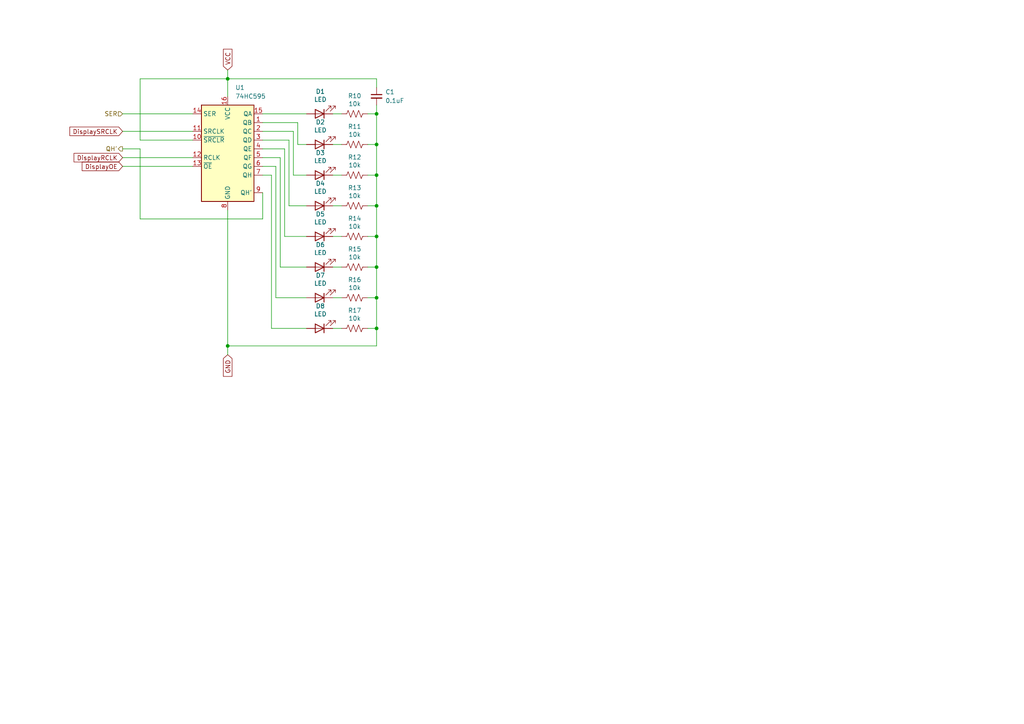
<source format=kicad_sch>
(kicad_sch (version 20230121) (generator eeschema)
  (paper "A4")
  (lib_symbols
    (symbol "74xx:74HC595"
      (property "Reference" "U" (at -7.62 13.97 0))
      (property "Value" "74HC595" (at -7.62 -16.51 0))
      (symbol "74HC595_1_0"
        (pin tri_state line (at 10.16 7.62 180) (length 2.54) (name "QB") (number "1"))
        (pin input line (at -10.16 2.54 0) (length 2.54) (name "~{SRCLR}") (number "10"))
        (pin input line (at -10.16 5.08 0) (length 2.54) (name "SRCLK") (number "11"))
        (pin input line (at -10.16 -2.54 0) (length 2.54) (name "RCLK") (number "12"))
        (pin input line (at -10.16 -5.08 0) (length 2.54) (name "~{OE}") (number "13"))
        (pin input line (at -10.16 10.16 0) (length 2.54) (name "SER") (number "14"))
        (pin tri_state line (at 10.16 10.16 180) (length 2.54) (name "QA") (number "15"))
        (pin power_in line (at 0 15.24 270) (length 2.54) (name "VCC") (number "16"))
        (pin tri_state line (at 10.16 5.08 180) (length 2.54) (name "QC") (number "2"))
        (pin tri_state line (at 10.16 2.54 180) (length 2.54) (name "QD") (number "3"))
        (pin tri_state line (at 10.16 0 180) (length 2.54) (name "QE") (number "4"))
        (pin tri_state line (at 10.16 -2.54 180) (length 2.54) (name "QF") (number "5"))
        (pin tri_state line (at 10.16 -5.08 180) (length 2.54) (name "QG") (number "6"))
        (pin tri_state line (at 10.16 -7.62 180) (length 2.54) (name "QH") (number "7"))
        (pin power_in line (at 0 -17.78 90) (length 2.54) (name "GND") (number "8"))
        (pin output line (at 10.16 -12.7 180) (length 2.54) (name "QH'") (number "9"))
      )
      (symbol "74HC595_1_1"
        (rectangle (start -7.62 12.7) (end 7.62 -15.24) (stroke (width 0.254)) (fill (type background)))
      )
    )
    (symbol "Device:C_Small" (pin_numbers hide) (pin_names (offset 0.254) hide)
      (property "Reference" "C" (at 0.254 1.778 0))
      (property "Value" "C_Small" (at 0.254 -2.032 0))
      (symbol "C_Small_0_1"
        (polyline (pts (xy -1.524 -0.508) (xy 1.524 -0.508)) (stroke (width 0.3302)))
        (polyline (pts (xy -1.524 0.508) (xy 1.524 0.508)) (stroke (width 0.3048)))
      )
      (symbol "C_Small_1_1"
        (pin passive line (at 0 2.54 270) (length 2.032) (name "~") (number "1"))
        (pin passive line (at 0 -2.54 90) (length 2.032) (name "~") (number "2"))
      )
    )
    (symbol "Device:LED" (pin_numbers hide) (pin_names (offset 1.016) hide)
      (property "Reference" "D" (at 0 2.54 0))
      (property "Value" "LED" (at 0 -2.54 0))
      (symbol "LED_0_1"
        (polyline (pts (xy -1.27 -1.27) (xy -1.27 1.27)) (stroke (width 0.254)))
        (polyline (pts (xy -1.27 0) (xy 1.27 0)))
        (polyline (pts (xy 1.27 -1.27) (xy 1.27 1.27) (xy -1.27 0) (xy 1.27 -1.27)) (stroke (width 0.254)))
        (polyline (pts (xy -3.048 -0.762) (xy -4.572 -2.286) (xy -3.81 -2.286) (xy -4.572 -2.286) (xy -4.572 -1.524)))
        (polyline (pts (xy -1.778 -0.762) (xy -3.302 -2.286) (xy -2.54 -2.286) (xy -3.302 -2.286) (xy -3.302 -1.524)))
      )
      (symbol "LED_1_1"
        (pin passive line (at -3.81 0 0) (length 2.54) (name "K") (number "1"))
        (pin passive line (at 3.81 0 180) (length 2.54) (name "A") (number "2"))
      )
    )
    (symbol "Device:R_US" (pin_numbers hide) (pin_names (offset 0))
      (property "Reference" "R" (at 2.54 0 90))
      (property "Value" "R_US" (at -2.54 0 90))
      (symbol "R_US_0_1"
        (polyline (pts (xy 0 -2.286) (xy 0 -2.54)))
        (polyline (pts (xy 0 2.286) (xy 0 2.54)))
        (polyline (pts (xy 0 -0.762) (xy 1.016 -1.143) (xy 0 -1.524) (xy -1.016 -1.905) (xy 0 -2.286)))
        (polyline (pts (xy 0 0.762) (xy 1.016 0.381) (xy 0 0) (xy -1.016 -0.381) (xy 0 -0.762)))
        (polyline (pts (xy 0 2.286) (xy 1.016 1.905) (xy 0 1.524) (xy -1.016 1.143) (xy 0 0.762)))
      )
      (symbol "R_US_1_1"
        (pin passive line (at 0 3.81 270) (length 1.27) (name "~") (number "1"))
        (pin passive line (at 0 -3.81 90) (length 1.27) (name "~") (number "2"))
      )
    )
  )
  (junction (at 66.04 100.33))
  (junction (at 109.22 59.69))
  (junction (at 109.22 68.58))
  (junction (at 109.22 50.8))
  (junction (at 109.22 33.02))
  (junction (at 109.22 41.91))
  (junction (at 109.22 77.47))
  (junction (at 109.22 95.25))
  (junction (at 66.04 22.86))
  (junction (at 109.22 86.36))
  (wire (pts (xy 35.56 48.26) (xy 55.88 48.26)))
  (wire (pts (xy 96.52 95.25) (xy 99.06 95.25)))
  (wire (pts (xy 81.28 45.72) (xy 76.2 45.72)))
  (wire (pts (xy 81.28 77.47) (xy 88.9 77.47)))
  (wire (pts (xy 76.2 33.02) (xy 88.9 33.02)))
  (wire (pts (xy 82.55 43.18) (xy 76.2 43.18)))
  (wire (pts (xy 82.55 68.58) (xy 88.9 68.58)))
  (wire (pts (xy 35.56 33.02) (xy 55.88 33.02)))
  (wire (pts (xy 66.04 100.33) (xy 66.04 102.87)))
  (wire (pts (xy 109.22 86.36) (xy 106.68 86.36)))
  (wire (pts (xy 83.82 59.69) (xy 88.9 59.69)))
  (wire (pts (xy 96.52 33.02) (xy 99.06 33.02)))
  (wire (pts (xy 109.22 68.58) (xy 109.22 77.47)))
  (wire (pts (xy 40.64 22.86) (xy 66.04 22.86)))
  (wire (pts (xy 82.55 68.58) (xy 82.55 43.18)))
  (wire (pts (xy 40.64 63.5) (xy 76.2 63.5)))
  (wire (pts (xy 83.82 40.64) (xy 76.2 40.64)))
  (wire (pts (xy 109.22 86.36) (xy 109.22 95.25)))
  (wire (pts (xy 109.22 30.48) (xy 109.22 33.02)))
  (wire (pts (xy 109.22 22.86) (xy 66.04 22.86)))
  (wire (pts (xy 66.04 100.33) (xy 109.22 100.33)))
  (wire (pts (xy 80.01 86.36) (xy 88.9 86.36)))
  (wire (pts (xy 86.36 41.91) (xy 88.9 41.91)))
  (wire (pts (xy 86.36 41.91) (xy 86.36 35.56)))
  (wire (pts (xy 106.68 41.91) (xy 109.22 41.91)))
  (wire (pts (xy 109.22 59.69) (xy 109.22 68.58)))
  (wire (pts (xy 78.74 95.25) (xy 88.9 95.25)))
  (wire (pts (xy 40.64 63.5) (xy 40.64 43.18)))
  (wire (pts (xy 85.09 38.1) (xy 76.2 38.1)))
  (wire (pts (xy 106.68 59.69) (xy 109.22 59.69)))
  (wire (pts (xy 66.04 20.32) (xy 66.04 22.86)))
  (wire (pts (xy 109.22 25.4) (xy 109.22 22.86)))
  (wire (pts (xy 109.22 33.02) (xy 109.22 41.91)))
  (wire (pts (xy 106.68 50.8) (xy 109.22 50.8)))
  (wire (pts (xy 96.52 50.8) (xy 99.06 50.8)))
  (wire (pts (xy 66.04 22.86) (xy 66.04 27.94)))
  (wire (pts (xy 96.52 86.36) (xy 99.06 86.36)))
  (wire (pts (xy 96.52 77.47) (xy 99.06 77.47)))
  (wire (pts (xy 66.04 60.96) (xy 66.04 100.33)))
  (wire (pts (xy 35.56 38.1) (xy 55.88 38.1)))
  (wire (pts (xy 76.2 48.26) (xy 80.01 48.26)))
  (wire (pts (xy 106.68 68.58) (xy 109.22 68.58)))
  (wire (pts (xy 96.52 41.91) (xy 99.06 41.91)))
  (wire (pts (xy 106.68 33.02) (xy 109.22 33.02)))
  (wire (pts (xy 55.88 40.64) (xy 40.64 40.64)))
  (wire (pts (xy 109.22 77.47) (xy 109.22 86.36)))
  (wire (pts (xy 109.22 41.91) (xy 109.22 50.8)))
  (wire (pts (xy 109.22 50.8) (xy 109.22 59.69)))
  (wire (pts (xy 81.28 77.47) (xy 81.28 45.72)))
  (wire (pts (xy 83.82 59.69) (xy 83.82 40.64)))
  (wire (pts (xy 86.36 35.56) (xy 76.2 35.56)))
  (wire (pts (xy 35.56 43.18) (xy 40.64 43.18)))
  (wire (pts (xy 106.68 95.25) (xy 109.22 95.25)))
  (wire (pts (xy 109.22 95.25) (xy 109.22 100.33)))
  (wire (pts (xy 109.22 77.47) (xy 106.68 77.47)))
  (wire (pts (xy 76.2 55.88) (xy 76.2 63.5)))
  (wire (pts (xy 85.09 50.8) (xy 88.9 50.8)))
  (wire (pts (xy 80.01 48.26) (xy 80.01 86.36)))
  (wire (pts (xy 40.64 40.64) (xy 40.64 22.86)))
  (wire (pts (xy 85.09 50.8) (xy 85.09 38.1)))
  (wire (pts (xy 78.74 50.8) (xy 76.2 50.8)))
  (wire (pts (xy 35.56 45.72) (xy 55.88 45.72)))
  (wire (pts (xy 78.74 95.25) (xy 78.74 50.8)))
  (wire (pts (xy 96.52 68.58) (xy 99.06 68.58)))
  (wire (pts (xy 96.52 59.69) (xy 99.06 59.69)))
  (global_label "VCC" (shape input) (at 66.04 20.32 90) (property "Intersheetrefs" "${INTERSHEET_REFS}" (effects hide)))
  (global_label "DisplayRCLK" (shape input) (at 35.56 45.72 180) (property "Intersheetrefs" "${INTERSHEET_REFS}" (effects hide)))
  (global_label "DisplaySRCLK" (shape input) (at 35.56 38.1 180) (property "Intersheetrefs" "${INTERSHEET_REFS}" (effects hide)))
  (global_label "DisplayOE" (shape input) (at 35.56 48.26 180) (property "Intersheetrefs" "${INTERSHEET_REFS}" (effects hide)))
  (global_label "GND" (shape input) (at 66.04 102.87 270) (property "Intersheetrefs" "${INTERSHEET_REFS}" (effects hide)))
  (hierarchical_label "SER" (shape input) (at 35.56 33.02 180))
  (hierarchical_label "QH'" (shape output) (at 35.56 43.18 180))
  (symbol (lib_id "Device:LED") (at 92.71 33.02 180) (unit 1)
    (property "Reference" "D1" (at 92.9132 26.543 0))
    (property "Value" "LED" (at 92.9132 28.8544 0))
    (property "Footprint" "LED_SMD:LED_0402_1005Metric" (effects hide))
    (instances (project "Spork Console v1" (path "" (reference "D1") (unit 1)) (path "" (reference "D17") (unit 1)) (path "" (reference "D?") (unit 1)) (path "" (reference "D33") (unit 1)) (path "" (reference "D49") (unit 1)) (path "" (reference "D65") (unit 1)) (path "" (reference "D81") (unit 1)) (path "" (reference "D97") (unit 1)) (path "" (reference "D113") (unit 1)) (path "" (reference "D129") (unit 1)) (path "" (reference "D145") (unit 1)) (path "" (reference "D161") (unit 1)) (path "" (reference "D177") (unit 1)) (path "" (reference "D193") (unit 1)) (path "" (reference "D9") (unit 1)) (path "" (reference "D?") (unit 1)) (path "" (reference "D57") (unit 1)) (path "" (reference "D89") (unit 1)) (path "" (reference "D121") (unit 1)) (path "" (reference "D153") (unit 1)) (path "" (reference "D185") (unit 1)) (path "" (reference "D25") (unit 1)) (path "" (reference "D73") (unit 1)) (path "" (reference "D137") (unit 1)) (path "" (reference "D?") (unit 1)) (path "" (reference "D105") (unit 1)) (path "" (reference "D41") (unit 1)) (path "" (reference "D169") (unit 1))) (project "Screen" (path "" (reference "D1") (unit 1)) (path "" (reference "D9") (unit 1)) (path "" (reference "D17") (unit 1)) (path "" (reference "D25") (unit 1)) (path "" (reference "D33") (unit 1)) (path "" (reference "D41") (unit 1)) (path "" (reference "D49") (unit 1)) (path "" (reference "D57") (unit 1)) (path "" (reference "D65") (unit 1)) (path "" (reference "D73") (unit 1)) (path "" (reference "D97") (unit 1)) (path "" (reference "D105") (unit 1)) (path "" (reference "D113") (unit 1)) (path "" (reference "D89") (unit 1)) (path "" (reference "D81") (unit 1)) (path "" (reference "D137") (unit 1)) (path "" (reference "D153") (unit 1)) (path "" (reference "D145") (unit 1)) (path "" (reference "D129") (unit 1)) (path "" (reference "D121") (unit 1)) (path "" (reference "D161") (unit 1)) (path "" (reference "D169") (unit 1)) (path "" (reference "D185") (unit 1)) (path "" (reference "D177") (unit 1)) (path "" (reference "D193") (unit 1))))
  )
  (symbol (lib_id "Device:LED") (at 92.71 41.91 180) (unit 1)
    (property "Reference" "D2" (at 92.9132 35.433 0))
    (property "Value" "LED" (at 92.9132 37.7444 0))
    (property "Footprint" "LED_SMD:LED_0402_1005Metric" (effects hide))
    (instances (project "Spork Console v1" (path "" (reference "D2") (unit 1)) (path "" (reference "D18") (unit 1)) (path "" (reference "D?") (unit 1)) (path "" (reference "D34") (unit 1)) (path "" (reference "D50") (unit 1)) (path "" (reference "D66") (unit 1)) (path "" (reference "D82") (unit 1)) (path "" (reference "D98") (unit 1)) (path "" (reference "D114") (unit 1)) (path "" (reference "D130") (unit 1)) (path "" (reference "D146") (unit 1)) (path "" (reference "D162") (unit 1)) (path "" (reference "D178") (unit 1)) (path "" (reference "D194") (unit 1)) (path "" (reference "D10") (unit 1)) (path "" (reference "D?") (unit 1)) (path "" (reference "D58") (unit 1)) (path "" (reference "D90") (unit 1)) (path "" (reference "D122") (unit 1)) (path "" (reference "D154") (unit 1)) (path "" (reference "D186") (unit 1)) (path "" (reference "D26") (unit 1)) (path "" (reference "D74") (unit 1)) (path "" (reference "D138") (unit 1)) (path "" (reference "D?") (unit 1)) (path "" (reference "D106") (unit 1)) (path "" (reference "D42") (unit 1)) (path "" (reference "D170") (unit 1))) (project "Screen" (path "" (reference "D2") (unit 1)) (path "" (reference "D10") (unit 1)) (path "" (reference "D18") (unit 1)) (path "" (reference "D26") (unit 1)) (path "" (reference "D34") (unit 1)) (path "" (reference "D42") (unit 1)) (path "" (reference "D50") (unit 1)) (path "" (reference "D58") (unit 1)) (path "" (reference "D66") (unit 1)) (path "" (reference "D74") (unit 1)) (path "" (reference "D98") (unit 1)) (path "" (reference "D106") (unit 1)) (path "" (reference "D114") (unit 1)) (path "" (reference "D90") (unit 1)) (path "" (reference "D82") (unit 1)) (path "" (reference "D138") (unit 1)) (path "" (reference "D154") (unit 1)) (path "" (reference "D146") (unit 1)) (path "" (reference "D130") (unit 1)) (path "" (reference "D122") (unit 1)) (path "" (reference "D162") (unit 1)) (path "" (reference "D170") (unit 1)) (path "" (reference "D186") (unit 1)) (path "" (reference "D178") (unit 1)) (path "" (reference "D194") (unit 1))))
  )
  (symbol (lib_id "Device:R_US") (at 102.87 86.36 270) (unit 1)
    (property "Reference" "R16" (at 102.87 81.153 90))
    (property "Value" "10k" (at 102.87 83.4644 90))
    (property "Footprint" "Resistor_SMD:R_0402_1005Metric" (effects hide))
    (instances (project "Spork Console v1" (path "" (reference "R16") (unit 1)) (path "" (reference "R32") (unit 1)) (path "" (reference "R?") (unit 1)) (path "" (reference "R48") (unit 1)) (path "" (reference "R64") (unit 1)) (path "" (reference "R80") (unit 1)) (path "" (reference "R96") (unit 1)) (path "" (reference "R112") (unit 1)) (path "" (reference "R128") (unit 1)) (path "" (reference "R144") (unit 1)) (path "" (reference "R160") (unit 1)) (path "" (reference "R176") (unit 1)) (path "" (reference "R192") (unit 1)) (path "" (reference "R208") (unit 1)) (path "" (reference "R24") (unit 1)) (path "" (reference "R?") (unit 1)) (path "" (reference "R72") (unit 1)) (path "" (reference "R104") (unit 1)) (path "" (reference "R136") (unit 1)) (path "" (reference "R168") (unit 1)) (path "" (reference "R200") (unit 1)) (path "" (reference "R40") (unit 1)) (path "" (reference "R88") (unit 1)) (path "" (reference "R152") (unit 1)) (path "" (reference "R?") (unit 1)) (path "" (reference "R120") (unit 1)) (path "" (reference "R56") (unit 1)) (path "" (reference "R184") (unit 1))) (project "Screen" (path "" (reference "R7") (unit 1)) (path "" (reference "R15") (unit 1)) (path "" (reference "R23") (unit 1)) (path "" (reference "R31") (unit 1)) (path "" (reference "R39") (unit 1)) (path "" (reference "R47") (unit 1)) (path "" (reference "R55") (unit 1)) (path "" (reference "R63") (unit 1)) (path "" (reference "R71") (unit 1)) (path "" (reference "R79") (unit 1)) (path "" (reference "R103") (unit 1)) (path "" (reference "R111") (unit 1)) (path "" (reference "R119") (unit 1)) (path "" (reference "R95") (unit 1)) (path "" (reference "R87") (unit 1)) (path "" (reference "R143") (unit 1)) (path "" (reference "R159") (unit 1)) (path "" (reference "R151") (unit 1)) (path "" (reference "R135") (unit 1)) (path "" (reference "R127") (unit 1)) (path "" (reference "R167") (unit 1)) (path "" (reference "R175") (unit 1)) (path "" (reference "R191") (unit 1)) (path "" (reference "R183") (unit 1)) (path "" (reference "R199") (unit 1))))
  )
  (symbol (lib_id "Device:R_US") (at 102.87 59.69 270) (unit 1)
    (property "Reference" "R13" (at 102.87 54.483 90))
    (property "Value" "10k" (at 102.87 56.7944 90))
    (property "Footprint" "Resistor_SMD:R_0402_1005Metric" (effects hide))
    (instances (project "Spork Console v1" (path "" (reference "R13") (unit 1)) (path "" (reference "R29") (unit 1)) (path "" (reference "R?") (unit 1)) (path "" (reference "R45") (unit 1)) (path "" (reference "R61") (unit 1)) (path "" (reference "R77") (unit 1)) (path "" (reference "R93") (unit 1)) (path "" (reference "R109") (unit 1)) (path "" (reference "R125") (unit 1)) (path "" (reference "R141") (unit 1)) (path "" (reference "R157") (unit 1)) (path "" (reference "R173") (unit 1)) (path "" (reference "R189") (unit 1)) (path "" (reference "R205") (unit 1)) (path "" (reference "R21") (unit 1)) (path "" (reference "R?") (unit 1)) (path "" (reference "R69") (unit 1)) (path "" (reference "R101") (unit 1)) (path "" (reference "R133") (unit 1)) (path "" (reference "R165") (unit 1)) (path "" (reference "R197") (unit 1)) (path "" (reference "R37") (unit 1)) (path "" (reference "R85") (unit 1)) (path "" (reference "R149") (unit 1)) (path "" (reference "R?") (unit 1)) (path "" (reference "R117") (unit 1)) (path "" (reference "R53") (unit 1)) (path "" (reference "R181") (unit 1))) (project "Screen" (path "" (reference "R4") (unit 1)) (path "" (reference "R12") (unit 1)) (path "" (reference "R20") (unit 1)) (path "" (reference "R28") (unit 1)) (path "" (reference "R36") (unit 1)) (path "" (reference "R44") (unit 1)) (path "" (reference "R52") (unit 1)) (path "" (reference "R60") (unit 1)) (path "" (reference "R68") (unit 1)) (path "" (reference "R76") (unit 1)) (path "" (reference "R100") (unit 1)) (path "" (reference "R108") (unit 1)) (path "" (reference "R116") (unit 1)) (path "" (reference "R92") (unit 1)) (path "" (reference "R84") (unit 1)) (path "" (reference "R140") (unit 1)) (path "" (reference "R156") (unit 1)) (path "" (reference "R148") (unit 1)) (path "" (reference "R132") (unit 1)) (path "" (reference "R124") (unit 1)) (path "" (reference "R164") (unit 1)) (path "" (reference "R172") (unit 1)) (path "" (reference "R188") (unit 1)) (path "" (reference "R180") (unit 1)) (path "" (reference "R196") (unit 1))))
  )
  (symbol (lib_id "Device:R_US") (at 102.87 41.91 270) (unit 1)
    (property "Reference" "R11" (at 102.87 36.703 90))
    (property "Value" "10k" (at 102.87 39.0144 90))
    (property "Footprint" "Resistor_SMD:R_0402_1005Metric" (effects hide))
    (instances (project "Spork Console v1" (path "" (reference "R11") (unit 1)) (path "" (reference "R27") (unit 1)) (path "" (reference "R?") (unit 1)) (path "" (reference "R43") (unit 1)) (path "" (reference "R59") (unit 1)) (path "" (reference "R75") (unit 1)) (path "" (reference "R91") (unit 1)) (path "" (reference "R107") (unit 1)) (path "" (reference "R123") (unit 1)) (path "" (reference "R139") (unit 1)) (path "" (reference "R155") (unit 1)) (path "" (reference "R171") (unit 1)) (path "" (reference "R187") (unit 1)) (path "" (reference "R203") (unit 1)) (path "" (reference "R19") (unit 1)) (path "" (reference "R?") (unit 1)) (path "" (reference "R67") (unit 1)) (path "" (reference "R99") (unit 1)) (path "" (reference "R131") (unit 1)) (path "" (reference "R163") (unit 1)) (path "" (reference "R195") (unit 1)) (path "" (reference "R35") (unit 1)) (path "" (reference "R83") (unit 1)) (path "" (reference "R147") (unit 1)) (path "" (reference "R?") (unit 1)) (path "" (reference "R115") (unit 1)) (path "" (reference "R51") (unit 1)) (path "" (reference "R179") (unit 1))) (project "Screen" (path "" (reference "R2") (unit 1)) (path "" (reference "R10") (unit 1)) (path "" (reference "R18") (unit 1)) (path "" (reference "R26") (unit 1)) (path "" (reference "R34") (unit 1)) (path "" (reference "R42") (unit 1)) (path "" (reference "R50") (unit 1)) (path "" (reference "R58") (unit 1)) (path "" (reference "R66") (unit 1)) (path "" (reference "R74") (unit 1)) (path "" (reference "R98") (unit 1)) (path "" (reference "R106") (unit 1)) (path "" (reference "R114") (unit 1)) (path "" (reference "R90") (unit 1)) (path "" (reference "R82") (unit 1)) (path "" (reference "R138") (unit 1)) (path "" (reference "R154") (unit 1)) (path "" (reference "R146") (unit 1)) (path "" (reference "R130") (unit 1)) (path "" (reference "R122") (unit 1)) (path "" (reference "R162") (unit 1)) (path "" (reference "R170") (unit 1)) (path "" (reference "R186") (unit 1)) (path "" (reference "R178") (unit 1)) (path "" (reference "R194") (unit 1))))
  )
  (symbol (lib_id "Device:R_US") (at 102.87 77.47 270) (unit 1)
    (property "Reference" "R15" (at 102.87 72.263 90))
    (property "Value" "10k" (at 102.87 74.5744 90))
    (property "Footprint" "Resistor_SMD:R_0402_1005Metric" (effects hide))
    (instances (project "Spork Console v1" (path "" (reference "R15") (unit 1)) (path "" (reference "R31") (unit 1)) (path "" (reference "R?") (unit 1)) (path "" (reference "R47") (unit 1)) (path "" (reference "R63") (unit 1)) (path "" (reference "R79") (unit 1)) (path "" (reference "R95") (unit 1)) (path "" (reference "R111") (unit 1)) (path "" (reference "R127") (unit 1)) (path "" (reference "R143") (unit 1)) (path "" (reference "R159") (unit 1)) (path "" (reference "R175") (unit 1)) (path "" (reference "R191") (unit 1)) (path "" (reference "R207") (unit 1)) (path "" (reference "R23") (unit 1)) (path "" (reference "R?") (unit 1)) (path "" (reference "R71") (unit 1)) (path "" (reference "R103") (unit 1)) (path "" (reference "R135") (unit 1)) (path "" (reference "R167") (unit 1)) (path "" (reference "R199") (unit 1)) (path "" (reference "R39") (unit 1)) (path "" (reference "R87") (unit 1)) (path "" (reference "R151") (unit 1)) (path "" (reference "R?") (unit 1)) (path "" (reference "R119") (unit 1)) (path "" (reference "R55") (unit 1)) (path "" (reference "R183") (unit 1))) (project "Screen" (path "" (reference "R6") (unit 1)) (path "" (reference "R14") (unit 1)) (path "" (reference "R22") (unit 1)) (path "" (reference "R30") (unit 1)) (path "" (reference "R38") (unit 1)) (path "" (reference "R46") (unit 1)) (path "" (reference "R54") (unit 1)) (path "" (reference "R62") (unit 1)) (path "" (reference "R70") (unit 1)) (path "" (reference "R78") (unit 1)) (path "" (reference "R102") (unit 1)) (path "" (reference "R110") (unit 1)) (path "" (reference "R118") (unit 1)) (path "" (reference "R94") (unit 1)) (path "" (reference "R86") (unit 1)) (path "" (reference "R142") (unit 1)) (path "" (reference "R158") (unit 1)) (path "" (reference "R150") (unit 1)) (path "" (reference "R134") (unit 1)) (path "" (reference "R126") (unit 1)) (path "" (reference "R166") (unit 1)) (path "" (reference "R174") (unit 1)) (path "" (reference "R190") (unit 1)) (path "" (reference "R182") (unit 1)) (path "" (reference "R198") (unit 1))))
  )
  (symbol (lib_id "Device:LED") (at 92.71 50.8 180) (unit 1)
    (property "Reference" "D3" (at 92.9132 44.323 0))
    (property "Value" "LED" (at 92.9132 46.6344 0))
    (property "Footprint" "LED_SMD:LED_0402_1005Metric" (effects hide))
    (instances (project "Spork Console v1" (path "" (reference "D3") (unit 1)) (path "" (reference "D19") (unit 1)) (path "" (reference "D?") (unit 1)) (path "" (reference "D35") (unit 1)) (path "" (reference "D51") (unit 1)) (path "" (reference "D67") (unit 1)) (path "" (reference "D83") (unit 1)) (path "" (reference "D99") (unit 1)) (path "" (reference "D115") (unit 1)) (path "" (reference "D131") (unit 1)) (path "" (reference "D147") (unit 1)) (path "" (reference "D163") (unit 1)) (path "" (reference "D179") (unit 1)) (path "" (reference "D195") (unit 1)) (path "" (reference "D11") (unit 1)) (path "" (reference "D?") (unit 1)) (path "" (reference "D59") (unit 1)) (path "" (reference "D91") (unit 1)) (path "" (reference "D123") (unit 1)) (path "" (reference "D155") (unit 1)) (path "" (reference "D187") (unit 1)) (path "" (reference "D27") (unit 1)) (path "" (reference "D75") (unit 1)) (path "" (reference "D139") (unit 1)) (path "" (reference "D?") (unit 1)) (path "" (reference "D107") (unit 1)) (path "" (reference "D43") (unit 1)) (path "" (reference "D171") (unit 1))) (project "Screen" (path "" (reference "D3") (unit 1)) (path "" (reference "D11") (unit 1)) (path "" (reference "D19") (unit 1)) (path "" (reference "D27") (unit 1)) (path "" (reference "D35") (unit 1)) (path "" (reference "D43") (unit 1)) (path "" (reference "D51") (unit 1)) (path "" (reference "D59") (unit 1)) (path "" (reference "D67") (unit 1)) (path "" (reference "D75") (unit 1)) (path "" (reference "D99") (unit 1)) (path "" (reference "D107") (unit 1)) (path "" (reference "D115") (unit 1)) (path "" (reference "D91") (unit 1)) (path "" (reference "D83") (unit 1)) (path "" (reference "D139") (unit 1)) (path "" (reference "D155") (unit 1)) (path "" (reference "D147") (unit 1)) (path "" (reference "D131") (unit 1)) (path "" (reference "D123") (unit 1)) (path "" (reference "D163") (unit 1)) (path "" (reference "D171") (unit 1)) (path "" (reference "D187") (unit 1)) (path "" (reference "D179") (unit 1)) (path "" (reference "D195") (unit 1))))
  )
  (symbol (lib_id "Device:LED") (at 92.71 59.69 180) (unit 1)
    (property "Reference" "D4" (at 92.9132 53.213 0))
    (property "Value" "LED" (at 92.9132 55.5244 0))
    (property "Footprint" "LED_SMD:LED_0402_1005Metric" (effects hide))
    (instances (project "Spork Console v1" (path "" (reference "D4") (unit 1)) (path "" (reference "D20") (unit 1)) (path "" (reference "D?") (unit 1)) (path "" (reference "D36") (unit 1)) (path "" (reference "D52") (unit 1)) (path "" (reference "D68") (unit 1)) (path "" (reference "D84") (unit 1)) (path "" (reference "D100") (unit 1)) (path "" (reference "D116") (unit 1)) (path "" (reference "D132") (unit 1)) (path "" (reference "D148") (unit 1)) (path "" (reference "D164") (unit 1)) (path "" (reference "D180") (unit 1)) (path "" (reference "D196") (unit 1)) (path "" (reference "D12") (unit 1)) (path "" (reference "D?") (unit 1)) (path "" (reference "D60") (unit 1)) (path "" (reference "D92") (unit 1)) (path "" (reference "D124") (unit 1)) (path "" (reference "D156") (unit 1)) (path "" (reference "D188") (unit 1)) (path "" (reference "D28") (unit 1)) (path "" (reference "D76") (unit 1)) (path "" (reference "D140") (unit 1)) (path "" (reference "D?") (unit 1)) (path "" (reference "D108") (unit 1)) (path "" (reference "D44") (unit 1)) (path "" (reference "D172") (unit 1))) (project "Screen" (path "" (reference "D4") (unit 1)) (path "" (reference "D12") (unit 1)) (path "" (reference "D20") (unit 1)) (path "" (reference "D28") (unit 1)) (path "" (reference "D36") (unit 1)) (path "" (reference "D44") (unit 1)) (path "" (reference "D52") (unit 1)) (path "" (reference "D60") (unit 1)) (path "" (reference "D68") (unit 1)) (path "" (reference "D76") (unit 1)) (path "" (reference "D100") (unit 1)) (path "" (reference "D108") (unit 1)) (path "" (reference "D116") (unit 1)) (path "" (reference "D92") (unit 1)) (path "" (reference "D84") (unit 1)) (path "" (reference "D140") (unit 1)) (path "" (reference "D156") (unit 1)) (path "" (reference "D148") (unit 1)) (path "" (reference "D132") (unit 1)) (path "" (reference "D124") (unit 1)) (path "" (reference "D164") (unit 1)) (path "" (reference "D172") (unit 1)) (path "" (reference "D188") (unit 1)) (path "" (reference "D180") (unit 1)) (path "" (reference "D196") (unit 1))))
  )
  (symbol (lib_id "Device:C_Small") (at 109.22 27.94 0) (unit 1)
    (property "Reference" "C1" (at 111.76 26.6763 0) (effects (justify left)))
    (property "Value" "0.1uF" (at 111.76 29.2163 0) (effects (justify left)))
    (property "Footprint" "Capacitor_SMD:C_0402_1005Metric" (effects hide))
    (instances (project "Screen" (path "" (reference "C1") (unit 1)) (path "" (reference "C2") (unit 1)) (path "" (reference "C3") (unit 1)) (path "" (reference "C4") (unit 1)) (path "" (reference "C5") (unit 1)) (path "" (reference "C6") (unit 1)) (path "" (reference "C7") (unit 1)) (path "" (reference "C8") (unit 1)) (path "" (reference "C9") (unit 1)) (path "" (reference "C10") (unit 1)) (path "" (reference "C11") (unit 1)) (path "" (reference "C12") (unit 1)) (path "" (reference "C13") (unit 1)) (path "" (reference "C14") (unit 1)) (path "" (reference "C15") (unit 1)) (path "" (reference "C16") (unit 1)) (path "" (reference "C17") (unit 1)) (path "" (reference "C18") (unit 1)) (path "" (reference "C19") (unit 1)) (path "" (reference "C20") (unit 1)) (path "" (reference "C21") (unit 1)) (path "" (reference "C22") (unit 1)) (path "" (reference "C23") (unit 1)) (path "" (reference "C24") (unit 1)) (path "" (reference "C25") (unit 1))))
  )
  (symbol (lib_id "74xx:74HC595") (at 66.04 43.18 0) (unit 1)
    (property "Reference" "U1" (at 68.2341 25.4 0) (effects (justify left)))
    (property "Value" "74HC595" (at 68.2341 27.94 0) (effects (justify left)))
    (property "Footprint" "SN74HC595BRWNR:RWN0016A" (effects hide))
    (property "Datasheet" "http://www.ti.com/lit/ds/symlink/sn74hc595.pdf" (effects hide))
    (instances (project "Screen" (path "" (reference "U1") (unit 1)) (path "" (reference "U2") (unit 1)) (path "" (reference "U3") (unit 1)) (path "" (reference "U4") (unit 1)) (path "" (reference "U5") (unit 1)) (path "" (reference "U6") (unit 1)) (path "" (reference "U7") (unit 1)) (path "" (reference "U8") (unit 1)) (path "" (reference "U9") (unit 1)) (path "" (reference "U10") (unit 1)) (path "" (reference "U13") (unit 1)) (path "" (reference "U14") (unit 1)) (path "" (reference "U15") (unit 1)) (path "" (reference "U12") (unit 1)) (path "" (reference "U11") (unit 1)) (path "" (reference "U18") (unit 1)) (path "" (reference "U20") (unit 1)) (path "" (reference "U19") (unit 1)) (path "" (reference "U17") (unit 1)) (path "" (reference "U16") (unit 1)) (path "" (reference "U21") (unit 1)) (path "" (reference "U22") (unit 1)) (path "" (reference "U24") (unit 1)) (path "" (reference "U23") (unit 1)) (path "" (reference "U25") (unit 1))))
  )
  (symbol (lib_id "Device:R_US") (at 102.87 33.02 270) (unit 1)
    (property "Reference" "R10" (at 102.87 27.813 90))
    (property "Value" "10k" (at 102.87 30.1244 90))
    (property "Footprint" "Resistor_SMD:R_0402_1005Metric" (effects hide))
    (instances (project "Spork Console v1" (path "" (reference "R10") (unit 1)) (path "" (reference "R26") (unit 1)) (path "" (reference "R?") (unit 1)) (path "" (reference "R42") (unit 1)) (path "" (reference "R58") (unit 1)) (path "" (reference "R74") (unit 1)) (path "" (reference "R90") (unit 1)) (path "" (reference "R106") (unit 1)) (path "" (reference "R122") (unit 1)) (path "" (reference "R138") (unit 1)) (path "" (reference "R154") (unit 1)) (path "" (reference "R170") (unit 1)) (path "" (reference "R186") (unit 1)) (path "" (reference "R202") (unit 1)) (path "" (reference "R18") (unit 1)) (path "" (reference "R?") (unit 1)) (path "" (reference "R66") (unit 1)) (path "" (reference "R98") (unit 1)) (path "" (reference "R130") (unit 1)) (path "" (reference "R162") (unit 1)) (path "" (reference "R194") (unit 1)) (path "" (reference "R34") (unit 1)) (path "" (reference "R82") (unit 1)) (path "" (reference "R146") (unit 1)) (path "" (reference "R?") (unit 1)) (path "" (reference "R114") (unit 1)) (path "" (reference "R50") (unit 1)) (path "" (reference "R178") (unit 1))) (project "Screen" (path "" (reference "R1") (unit 1)) (path "" (reference "R9") (unit 1)) (path "" (reference "R17") (unit 1)) (path "" (reference "R25") (unit 1)) (path "" (reference "R33") (unit 1)) (path "" (reference "R41") (unit 1)) (path "" (reference "R49") (unit 1)) (path "" (reference "R57") (unit 1)) (path "" (reference "R65") (unit 1)) (path "" (reference "R73") (unit 1)) (path "" (reference "R97") (unit 1)) (path "" (reference "R105") (unit 1)) (path "" (reference "R113") (unit 1)) (path "" (reference "R89") (unit 1)) (path "" (reference "R81") (unit 1)) (path "" (reference "R137") (unit 1)) (path "" (reference "R153") (unit 1)) (path "" (reference "R145") (unit 1)) (path "" (reference "R129") (unit 1)) (path "" (reference "R121") (unit 1)) (path "" (reference "R161") (unit 1)) (path "" (reference "R169") (unit 1)) (path "" (reference "R185") (unit 1)) (path "" (reference "R177") (unit 1)) (path "" (reference "R193") (unit 1))))
  )
  (symbol (lib_id "Device:LED") (at 92.71 68.58 180) (unit 1)
    (property "Reference" "D5" (at 92.9132 62.103 0))
    (property "Value" "LED" (at 92.9132 64.4144 0))
    (property "Footprint" "LED_SMD:LED_0402_1005Metric" (effects hide))
    (instances (project "Spork Console v1" (path "" (reference "D5") (unit 1)) (path "" (reference "D21") (unit 1)) (path "" (reference "D?") (unit 1)) (path "" (reference "D37") (unit 1)) (path "" (reference "D53") (unit 1)) (path "" (reference "D69") (unit 1)) (path "" (reference "D85") (unit 1)) (path "" (reference "D101") (unit 1)) (path "" (reference "D117") (unit 1)) (path "" (reference "D133") (unit 1)) (path "" (reference "D149") (unit 1)) (path "" (reference "D165") (unit 1)) (path "" (reference "D181") (unit 1)) (path "" (reference "D197") (unit 1)) (path "" (reference "D13") (unit 1)) (path "" (reference "D?") (unit 1)) (path "" (reference "D61") (unit 1)) (path "" (reference "D93") (unit 1)) (path "" (reference "D125") (unit 1)) (path "" (reference "D157") (unit 1)) (path "" (reference "D189") (unit 1)) (path "" (reference "D29") (unit 1)) (path "" (reference "D77") (unit 1)) (path "" (reference "D141") (unit 1)) (path "" (reference "D?") (unit 1)) (path "" (reference "D109") (unit 1)) (path "" (reference "D45") (unit 1)) (path "" (reference "D173") (unit 1))) (project "Screen" (path "" (reference "D5") (unit 1)) (path "" (reference "D13") (unit 1)) (path "" (reference "D21") (unit 1)) (path "" (reference "D29") (unit 1)) (path "" (reference "D37") (unit 1)) (path "" (reference "D45") (unit 1)) (path "" (reference "D53") (unit 1)) (path "" (reference "D61") (unit 1)) (path "" (reference "D69") (unit 1)) (path "" (reference "D77") (unit 1)) (path "" (reference "D101") (unit 1)) (path "" (reference "D109") (unit 1)) (path "" (reference "D117") (unit 1)) (path "" (reference "D93") (unit 1)) (path "" (reference "D85") (unit 1)) (path "" (reference "D141") (unit 1)) (path "" (reference "D157") (unit 1)) (path "" (reference "D149") (unit 1)) (path "" (reference "D133") (unit 1)) (path "" (reference "D125") (unit 1)) (path "" (reference "D165") (unit 1)) (path "" (reference "D173") (unit 1)) (path "" (reference "D189") (unit 1)) (path "" (reference "D181") (unit 1)) (path "" (reference "D197") (unit 1))))
  )
  (symbol (lib_id "Device:LED") (at 92.71 86.36 180) (unit 1)
    (property "Reference" "D7" (at 92.9132 79.883 0))
    (property "Value" "LED" (at 92.9132 82.1944 0))
    (property "Footprint" "LED_SMD:LED_0402_1005Metric" (effects hide))
    (instances (project "Spork Console v1" (path "" (reference "D7") (unit 1)) (path "" (reference "D23") (unit 1)) (path "" (reference "D?") (unit 1)) (path "" (reference "D39") (unit 1)) (path "" (reference "D55") (unit 1)) (path "" (reference "D71") (unit 1)) (path "" (reference "D87") (unit 1)) (path "" (reference "D103") (unit 1)) (path "" (reference "D119") (unit 1)) (path "" (reference "D135") (unit 1)) (path "" (reference "D151") (unit 1)) (path "" (reference "D167") (unit 1)) (path "" (reference "D183") (unit 1)) (path "" (reference "D199") (unit 1)) (path "" (reference "D15") (unit 1)) (path "" (reference "D?") (unit 1)) (path "" (reference "D63") (unit 1)) (path "" (reference "D95") (unit 1)) (path "" (reference "D127") (unit 1)) (path "" (reference "D159") (unit 1)) (path "" (reference "D191") (unit 1)) (path "" (reference "D31") (unit 1)) (path "" (reference "D79") (unit 1)) (path "" (reference "D143") (unit 1)) (path "" (reference "D?") (unit 1)) (path "" (reference "D111") (unit 1)) (path "" (reference "D47") (unit 1)) (path "" (reference "D175") (unit 1))) (project "Screen" (path "" (reference "D7") (unit 1)) (path "" (reference "D15") (unit 1)) (path "" (reference "D23") (unit 1)) (path "" (reference "D31") (unit 1)) (path "" (reference "D39") (unit 1)) (path "" (reference "D47") (unit 1)) (path "" (reference "D55") (unit 1)) (path "" (reference "D63") (unit 1)) (path "" (reference "D71") (unit 1)) (path "" (reference "D79") (unit 1)) (path "" (reference "D103") (unit 1)) (path "" (reference "D111") (unit 1)) (path "" (reference "D119") (unit 1)) (path "" (reference "D95") (unit 1)) (path "" (reference "D87") (unit 1)) (path "" (reference "D143") (unit 1)) (path "" (reference "D159") (unit 1)) (path "" (reference "D151") (unit 1)) (path "" (reference "D135") (unit 1)) (path "" (reference "D127") (unit 1)) (path "" (reference "D167") (unit 1)) (path "" (reference "D175") (unit 1)) (path "" (reference "D191") (unit 1)) (path "" (reference "D183") (unit 1)) (path "" (reference "D199") (unit 1))))
  )
  (symbol (lib_id "Device:LED") (at 92.71 77.47 180) (unit 1)
    (property "Reference" "D6" (at 92.9132 70.993 0))
    (property "Value" "LED" (at 92.9132 73.3044 0))
    (property "Footprint" "LED_SMD:LED_0402_1005Metric" (effects hide))
    (instances (project "Spork Console v1" (path "" (reference "D6") (unit 1)) (path "" (reference "D22") (unit 1)) (path "" (reference "D?") (unit 1)) (path "" (reference "D38") (unit 1)) (path "" (reference "D54") (unit 1)) (path "" (reference "D70") (unit 1)) (path "" (reference "D86") (unit 1)) (path "" (reference "D102") (unit 1)) (path "" (reference "D118") (unit 1)) (path "" (reference "D134") (unit 1)) (path "" (reference "D150") (unit 1)) (path "" (reference "D166") (unit 1)) (path "" (reference "D182") (unit 1)) (path "" (reference "D198") (unit 1)) (path "" (reference "D14") (unit 1)) (path "" (reference "D?") (unit 1)) (path "" (reference "D62") (unit 1)) (path "" (reference "D94") (unit 1)) (path "" (reference "D126") (unit 1)) (path "" (reference "D158") (unit 1)) (path "" (reference "D190") (unit 1)) (path "" (reference "D30") (unit 1)) (path "" (reference "D78") (unit 1)) (path "" (reference "D142") (unit 1)) (path "" (reference "D?") (unit 1)) (path "" (reference "D110") (unit 1)) (path "" (reference "D46") (unit 1)) (path "" (reference "D174") (unit 1))) (project "Screen" (path "" (reference "D6") (unit 1)) (path "" (reference "D14") (unit 1)) (path "" (reference "D22") (unit 1)) (path "" (reference "D30") (unit 1)) (path "" (reference "D38") (unit 1)) (path "" (reference "D46") (unit 1)) (path "" (reference "D54") (unit 1)) (path "" (reference "D62") (unit 1)) (path "" (reference "D70") (unit 1)) (path "" (reference "D78") (unit 1)) (path "" (reference "D102") (unit 1)) (path "" (reference "D110") (unit 1)) (path "" (reference "D118") (unit 1)) (path "" (reference "D94") (unit 1)) (path "" (reference "D86") (unit 1)) (path "" (reference "D142") (unit 1)) (path "" (reference "D158") (unit 1)) (path "" (reference "D150") (unit 1)) (path "" (reference "D134") (unit 1)) (path "" (reference "D126") (unit 1)) (path "" (reference "D166") (unit 1)) (path "" (reference "D174") (unit 1)) (path "" (reference "D190") (unit 1)) (path "" (reference "D182") (unit 1)) (path "" (reference "D198") (unit 1))))
  )
  (symbol (lib_id "Device:R_US") (at 102.87 95.25 270) (unit 1)
    (property "Reference" "R17" (at 102.87 90.043 90))
    (property "Value" "10k" (at 102.87 92.3544 90))
    (property "Footprint" "Resistor_SMD:R_0402_1005Metric" (effects hide))
    (instances (project "Spork Console v1" (path "" (reference "R17") (unit 1)) (path "" (reference "R33") (unit 1)) (path "" (reference "R?") (unit 1)) (path "" (reference "R49") (unit 1)) (path "" (reference "R65") (unit 1)) (path "" (reference "R81") (unit 1)) (path "" (reference "R97") (unit 1)) (path "" (reference "R113") (unit 1)) (path "" (reference "R129") (unit 1)) (path "" (reference "R145") (unit 1)) (path "" (reference "R161") (unit 1)) (path "" (reference "R177") (unit 1)) (path "" (reference "R193") (unit 1)) (path "" (reference "R209") (unit 1)) (path "" (reference "R25") (unit 1)) (path "" (reference "R?") (unit 1)) (path "" (reference "R73") (unit 1)) (path "" (reference "R105") (unit 1)) (path "" (reference "R137") (unit 1)) (path "" (reference "R169") (unit 1)) (path "" (reference "R201") (unit 1)) (path "" (reference "R41") (unit 1)) (path "" (reference "R89") (unit 1)) (path "" (reference "R153") (unit 1)) (path "" (reference "R?") (unit 1)) (path "" (reference "R121") (unit 1)) (path "" (reference "R57") (unit 1)) (path "" (reference "R185") (unit 1))) (project "Screen" (path "" (reference "R8") (unit 1)) (path "" (reference "R16") (unit 1)) (path "" (reference "R24") (unit 1)) (path "" (reference "R32") (unit 1)) (path "" (reference "R40") (unit 1)) (path "" (reference "R48") (unit 1)) (path "" (reference "R56") (unit 1)) (path "" (reference "R64") (unit 1)) (path "" (reference "R72") (unit 1)) (path "" (reference "R80") (unit 1)) (path "" (reference "R104") (unit 1)) (path "" (reference "R112") (unit 1)) (path "" (reference "R120") (unit 1)) (path "" (reference "R96") (unit 1)) (path "" (reference "R88") (unit 1)) (path "" (reference "R144") (unit 1)) (path "" (reference "R160") (unit 1)) (path "" (reference "R152") (unit 1)) (path "" (reference "R136") (unit 1)) (path "" (reference "R128") (unit 1)) (path "" (reference "R168") (unit 1)) (path "" (reference "R176") (unit 1)) (path "" (reference "R192") (unit 1)) (path "" (reference "R184") (unit 1)) (path "" (reference "R200") (unit 1))))
  )
  (symbol (lib_id "Device:R_US") (at 102.87 50.8 270) (unit 1)
    (property "Reference" "R12" (at 102.87 45.593 90))
    (property "Value" "10k" (at 102.87 47.9044 90))
    (property "Footprint" "Resistor_SMD:R_0402_1005Metric" (effects hide))
    (instances (project "Spork Console v1" (path "" (reference "R12") (unit 1)) (path "" (reference "R28") (unit 1)) (path "" (reference "R?") (unit 1)) (path "" (reference "R44") (unit 1)) (path "" (reference "R60") (unit 1)) (path "" (reference "R76") (unit 1)) (path "" (reference "R92") (unit 1)) (path "" (reference "R108") (unit 1)) (path "" (reference "R124") (unit 1)) (path "" (reference "R140") (unit 1)) (path "" (reference "R156") (unit 1)) (path "" (reference "R172") (unit 1)) (path "" (reference "R188") (unit 1)) (path "" (reference "R204") (unit 1)) (path "" (reference "R20") (unit 1)) (path "" (reference "R?") (unit 1)) (path "" (reference "R68") (unit 1)) (path "" (reference "R100") (unit 1)) (path "" (reference "R132") (unit 1)) (path "" (reference "R164") (unit 1)) (path "" (reference "R196") (unit 1)) (path "" (reference "R36") (unit 1)) (path "" (reference "R84") (unit 1)) (path "" (reference "R148") (unit 1)) (path "" (reference "R?") (unit 1)) (path "" (reference "R116") (unit 1)) (path "" (reference "R52") (unit 1)) (path "" (reference "R180") (unit 1))) (project "Screen" (path "" (reference "R3") (unit 1)) (path "" (reference "R11") (unit 1)) (path "" (reference "R19") (unit 1)) (path "" (reference "R27") (unit 1)) (path "" (reference "R35") (unit 1)) (path "" (reference "R43") (unit 1)) (path "" (reference "R51") (unit 1)) (path "" (reference "R59") (unit 1)) (path "" (reference "R67") (unit 1)) (path "" (reference "R75") (unit 1)) (path "" (reference "R99") (unit 1)) (path "" (reference "R107") (unit 1)) (path "" (reference "R115") (unit 1)) (path "" (reference "R91") (unit 1)) (path "" (reference "R83") (unit 1)) (path "" (reference "R139") (unit 1)) (path "" (reference "R155") (unit 1)) (path "" (reference "R147") (unit 1)) (path "" (reference "R131") (unit 1)) (path "" (reference "R123") (unit 1)) (path "" (reference "R163") (unit 1)) (path "" (reference "R171") (unit 1)) (path "" (reference "R187") (unit 1)) (path "" (reference "R179") (unit 1)) (path "" (reference "R195") (unit 1))))
  )
  (symbol (lib_id "Device:R_US") (at 102.87 68.58 270) (unit 1)
    (property "Reference" "R14" (at 102.87 63.373 90))
    (property "Value" "10k" (at 102.87 65.6844 90))
    (property "Footprint" "Resistor_SMD:R_0402_1005Metric" (effects hide))
    (instances (project "Spork Console v1" (path "" (reference "R14") (unit 1)) (path "" (reference "R30") (unit 1)) (path "" (reference "R?") (unit 1)) (path "" (reference "R46") (unit 1)) (path "" (reference "R62") (unit 1)) (path "" (reference "R78") (unit 1)) (path "" (reference "R94") (unit 1)) (path "" (reference "R110") (unit 1)) (path "" (reference "R126") (unit 1)) (path "" (reference "R142") (unit 1)) (path "" (reference "R158") (unit 1)) (path "" (reference "R174") (unit 1)) (path "" (reference "R190") (unit 1)) (path "" (reference "R206") (unit 1)) (path "" (reference "R22") (unit 1)) (path "" (reference "R?") (unit 1)) (path "" (reference "R70") (unit 1)) (path "" (reference "R102") (unit 1)) (path "" (reference "R134") (unit 1)) (path "" (reference "R166") (unit 1)) (path "" (reference "R198") (unit 1)) (path "" (reference "R38") (unit 1)) (path "" (reference "R86") (unit 1)) (path "" (reference "R150") (unit 1)) (path "" (reference "R?") (unit 1)) (path "" (reference "R118") (unit 1)) (path "" (reference "R54") (unit 1)) (path "" (reference "R182") (unit 1))) (project "Screen" (path "" (reference "R5") (unit 1)) (path "" (reference "R13") (unit 1)) (path "" (reference "R21") (unit 1)) (path "" (reference "R29") (unit 1)) (path "" (reference "R37") (unit 1)) (path "" (reference "R45") (unit 1)) (path "" (reference "R53") (unit 1)) (path "" (reference "R61") (unit 1)) (path "" (reference "R69") (unit 1)) (path "" (reference "R77") (unit 1)) (path "" (reference "R101") (unit 1)) (path "" (reference "R109") (unit 1)) (path "" (reference "R117") (unit 1)) (path "" (reference "R93") (unit 1)) (path "" (reference "R85") (unit 1)) (path "" (reference "R141") (unit 1)) (path "" (reference "R157") (unit 1)) (path "" (reference "R149") (unit 1)) (path "" (reference "R133") (unit 1)) (path "" (reference "R125") (unit 1)) (path "" (reference "R165") (unit 1)) (path "" (reference "R173") (unit 1)) (path "" (reference "R189") (unit 1)) (path "" (reference "R181") (unit 1)) (path "" (reference "R197") (unit 1))))
  )
  (symbol (lib_id "Device:LED") (at 92.71 95.25 180) (unit 1)
    (property "Reference" "D8" (at 92.9132 88.773 0))
    (property "Value" "LED" (at 92.9132 91.0844 0))
    (property "Footprint" "LED_SMD:LED_0402_1005Metric" (effects hide))
    (instances (project "Spork Console v1" (path "" (reference "D8") (unit 1)) (path "" (reference "D24") (unit 1)) (path "" (reference "D?") (unit 1)) (path "" (reference "D40") (unit 1)) (path "" (reference "D56") (unit 1)) (path "" (reference "D72") (unit 1)) (path "" (reference "D88") (unit 1)) (path "" (reference "D104") (unit 1)) (path "" (reference "D120") (unit 1)) (path "" (reference "D136") (unit 1)) (path "" (reference "D152") (unit 1)) (path "" (reference "D168") (unit 1)) (path "" (reference "D184") (unit 1)) (path "" (reference "D200") (unit 1)) (path "" (reference "D16") (unit 1)) (path "" (reference "D?") (unit 1)) (path "" (reference "D64") (unit 1)) (path "" (reference "D96") (unit 1)) (path "" (reference "D128") (unit 1)) (path "" (reference "D160") (unit 1)) (path "" (reference "D192") (unit 1)) (path "" (reference "D32") (unit 1)) (path "" (reference "D80") (unit 1)) (path "" (reference "D144") (unit 1)) (path "" (reference "D?") (unit 1)) (path "" (reference "D112") (unit 1)) (path "" (reference "D48") (unit 1)) (path "" (reference "D176") (unit 1))) (project "Screen" (path "" (reference "D8") (unit 1)) (path "" (reference "D16") (unit 1)) (path "" (reference "D24") (unit 1)) (path "" (reference "D32") (unit 1)) (path "" (reference "D40") (unit 1)) (path "" (reference "D48") (unit 1)) (path "" (reference "D56") (unit 1)) (path "" (reference "D64") (unit 1)) (path "" (reference "D72") (unit 1)) (path "" (reference "D80") (unit 1)) (path "" (reference "D104") (unit 1)) (path "" (reference "D112") (unit 1)) (path "" (reference "D120") (unit 1)) (path "" (reference "D96") (unit 1)) (path "" (reference "D88") (unit 1)) (path "" (reference "D144") (unit 1)) (path "" (reference "D160") (unit 1)) (path "" (reference "D152") (unit 1)) (path "" (reference "D136") (unit 1)) (path "" (reference "D128") (unit 1)) (path "" (reference "D168") (unit 1)) (path "" (reference "D176") (unit 1)) (path "" (reference "D192") (unit 1)) (path "" (reference "D184") (unit 1)) (path "" (reference "D200") (unit 1))))
  )
)
</source>
